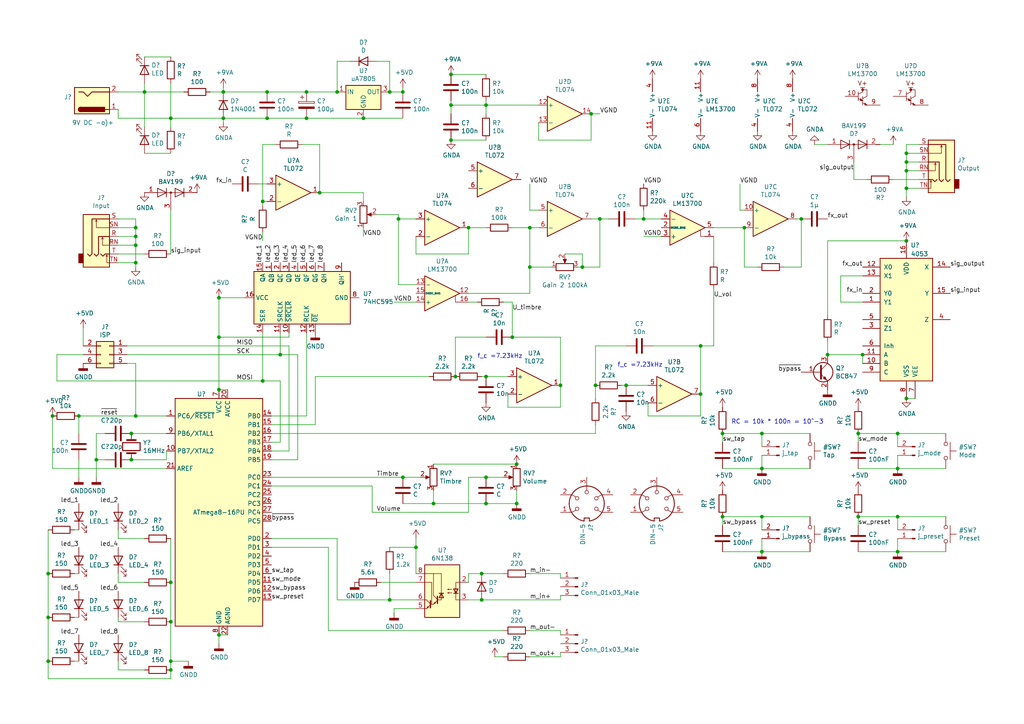
<source format=kicad_sch>
(kicad_sch (version 20230121) (generator eeschema)
  (paper "A4")
  (junction (at 39.37 66.04))
  (junction (at 39.37 76.2))
  (junction (at 76.2 110.49))
  (junction (at 248.92 149.86))
  (junction (at 130.81 40.64))
  (junction (at 203.2 100.33))
  (junction (at 262.89 115.57))
  (junction (at 149.86 134.62))
  (junction (at 120.65 158.75))
  (junction (at 88.9 26.67))
  (junction (at 171.45 33.02))
  (junction (at 88.9 34.29))
  (junction (at 140.97 30.48))
  (junction (at 168.91 77.47))
  (junction (at 262.89 54.61))
  (junction (at 115.57 63.5))
  (junction (at 139.7 173.99))
  (junction (at 186.69 63.5))
  (junction (at 49.53 191.77))
  (junction (at 220.98 125.73))
  (junction (at 76.2 58.42))
  (junction (at 162.56 111.76))
  (junction (at 41.91 26.67))
  (junction (at 135.89 66.04))
  (junction (at 92.71 55.88))
  (junction (at 220.98 135.89))
  (junction (at 260.35 125.73))
  (junction (at 63.5 184.15))
  (junction (at 220.98 149.86))
  (junction (at 250.19 102.87))
  (junction (at 105.41 34.29))
  (junction (at 15.24 120.65))
  (junction (at 172.72 111.76))
  (junction (at 130.81 21.59))
  (junction (at 173.99 63.5))
  (junction (at 49.53 168.91))
  (junction (at 209.55 125.73))
  (junction (at 49.53 34.29))
  (junction (at 77.47 34.29))
  (junction (at 49.53 194.31))
  (junction (at 153.67 77.47))
  (junction (at 181.61 111.76))
  (junction (at 38.1 125.73))
  (junction (at 39.37 68.58))
  (junction (at 240.03 102.87))
  (junction (at 64.77 26.67))
  (junction (at 38.1 133.35))
  (junction (at 232.41 63.5))
  (junction (at 260.35 160.02))
  (junction (at 113.03 26.67))
  (junction (at 148.59 97.79))
  (junction (at 97.79 26.67))
  (junction (at 39.37 71.12))
  (junction (at 140.97 138.43))
  (junction (at 64.77 34.29))
  (junction (at 63.5 86.36))
  (junction (at 116.84 26.67))
  (junction (at 113.03 173.99))
  (junction (at 220.98 160.02))
  (junction (at 132.08 109.22))
  (junction (at 125.73 146.05))
  (junction (at 262.89 49.53))
  (junction (at 248.92 125.73))
  (junction (at 139.7 166.37))
  (junction (at 262.89 44.45))
  (junction (at 140.97 109.22))
  (junction (at 49.53 180.34))
  (junction (at 116.84 138.43))
  (junction (at 77.47 26.67))
  (junction (at 13.97 191.77))
  (junction (at 39.37 120.65))
  (junction (at 260.35 149.86))
  (junction (at 209.55 149.86))
  (junction (at 27.94 133.35))
  (junction (at 215.9 66.04))
  (junction (at 81.28 102.87))
  (junction (at 13.97 166.37))
  (junction (at 203.2 114.3))
  (junction (at 262.89 46.99))
  (junction (at 22.86 120.65))
  (junction (at 63.5 97.79))
  (junction (at 130.81 30.48))
  (junction (at 63.5 113.03))
  (junction (at 262.89 69.85))
  (junction (at 260.35 135.89))
  (junction (at 153.67 66.04))
  (junction (at 149.86 146.05))
  (junction (at 140.97 146.05))
  (junction (at 13.97 179.07))
  (wire (pts (xy 64.77 25.4) (xy 64.77 26.67)))
  (wire (pts (xy 163.83 73.66) (xy 168.91 73.66)))
  (wire (pts (xy 15.24 120.65) (xy 15.24 135.89)))
  (wire (pts (xy 27.94 133.35) (xy 27.94 138.43)))
  (wire (pts (xy 135.89 73.66) (xy 135.89 66.04)))
  (wire (pts (xy 172.72 115.57) (xy 172.72 111.76)))
  (wire (pts (xy 34.29 73.66) (xy 41.91 73.66)))
  (wire (pts (xy 250.19 102.87) (xy 240.03 102.87)))
  (wire (pts (xy 262.89 54.61) (xy 262.89 57.15)))
  (wire (pts (xy 203.2 114.3) (xy 203.2 120.65)))
  (wire (pts (xy 209.55 125.73) (xy 220.98 125.73)))
  (wire (pts (xy 34.29 191.77) (xy 34.29 194.31)))
  (wire (pts (xy 187.96 116.84) (xy 187.96 120.65)))
  (wire (pts (xy 153.67 166.37) (xy 162.56 166.37)))
  (wire (pts (xy 16.51 102.87) (xy 16.51 110.49)))
  (wire (pts (xy 167.64 77.47) (xy 168.91 77.47)))
  (wire (pts (xy 78.74 125.73) (xy 172.72 125.73)))
  (wire (pts (xy 39.37 71.12) (xy 39.37 76.2)))
  (wire (pts (xy 13.97 153.67) (xy 13.97 166.37)))
  (wire (pts (xy 147.32 109.22) (xy 140.97 109.22)))
  (wire (pts (xy 120.65 73.66) (xy 135.89 73.66)))
  (wire (pts (xy 116.84 25.4) (xy 116.84 26.67)))
  (wire (pts (xy 115.57 82.55) (xy 120.65 82.55)))
  (wire (pts (xy 36.83 102.87) (xy 81.28 102.87)))
  (wire (pts (xy 231.14 63.5) (xy 232.41 63.5)))
  (wire (pts (xy 34.29 71.12) (xy 39.37 71.12)))
  (wire (pts (xy 39.37 66.04) (xy 39.37 68.58)))
  (wire (pts (xy 173.99 77.47) (xy 173.99 63.5)))
  (wire (pts (xy 101.6 17.78) (xy 97.79 17.78)))
  (wire (pts (xy 247.65 52.07) (xy 251.46 52.07)))
  (wire (pts (xy 139.7 166.37) (xy 135.89 166.37)))
  (wire (pts (xy 97.79 173.99) (xy 113.03 173.99)))
  (wire (pts (xy 115.57 62.23) (xy 115.57 63.5)))
  (wire (pts (xy 76.2 69.85) (xy 76.2 67.31)))
  (wire (pts (xy 149.86 146.05) (xy 140.97 146.05)))
  (wire (pts (xy 64.77 26.67) (xy 77.47 26.67)))
  (wire (pts (xy 140.97 29.21) (xy 140.97 30.48)))
  (wire (pts (xy 207.01 100.33) (xy 203.2 100.33)))
  (wire (pts (xy 153.67 66.04) (xy 156.21 66.04)))
  (wire (pts (xy 147.32 114.3) (xy 147.32 118.11)))
  (wire (pts (xy 34.29 34.29) (xy 34.29 31.75)))
  (wire (pts (xy 77.47 26.67) (xy 88.9 26.67)))
  (wire (pts (xy 22.86 120.65) (xy 39.37 120.65)))
  (wire (pts (xy 248.92 149.86) (xy 248.92 152.4)))
  (wire (pts (xy 49.53 34.29) (xy 49.53 36.83)))
  (wire (pts (xy 63.5 97.79) (xy 63.5 113.03)))
  (wire (pts (xy 146.05 166.37) (xy 139.7 166.37)))
  (wire (pts (xy 107.95 140.97) (xy 107.95 148.59)))
  (wire (pts (xy 262.89 115.57) (xy 265.43 115.57)))
  (wire (pts (xy 214.63 60.96) (xy 215.9 60.96)))
  (wire (pts (xy 113.03 166.37) (xy 113.03 173.99)))
  (wire (pts (xy 49.53 44.45) (xy 41.91 44.45)))
  (wire (pts (xy 207.01 83.82) (xy 207.01 100.33)))
  (wire (pts (xy 91.44 109.22) (xy 124.46 109.22)))
  (wire (pts (xy 120.65 166.37) (xy 120.65 158.75)))
  (wire (pts (xy 172.72 100.33) (xy 172.72 111.76)))
  (wire (pts (xy 41.91 36.83) (xy 41.91 26.67)))
  (wire (pts (xy 162.56 118.11) (xy 162.56 111.76)))
  (wire (pts (xy 71.12 86.36) (xy 63.5 86.36)))
  (wire (pts (xy 15.24 135.89) (xy 48.26 135.89)))
  (wire (pts (xy 153.67 182.88) (xy 162.56 182.88)))
  (wire (pts (xy 135.89 87.63) (xy 138.43 87.63)))
  (wire (pts (xy 227.33 77.47) (xy 232.41 77.47)))
  (wire (pts (xy 156.21 40.64) (xy 171.45 40.64)))
  (wire (pts (xy 266.7 44.45) (xy 262.89 44.45)))
  (wire (pts (xy 250.19 80.01) (xy 243.84 80.01)))
  (wire (pts (xy 153.67 85.09) (xy 153.67 77.47)))
  (wire (pts (xy 21.59 153.67) (xy 22.86 153.67)))
  (wire (pts (xy 78.74 156.21) (xy 97.79 156.21)))
  (wire (pts (xy 64.77 35.56) (xy 64.77 34.29)))
  (wire (pts (xy 168.91 77.47) (xy 173.99 77.47)))
  (wire (pts (xy 248.92 160.02) (xy 260.35 160.02)))
  (wire (pts (xy 39.37 120.65) (xy 48.26 120.65)))
  (wire (pts (xy 266.7 41.91) (xy 262.89 41.91)))
  (wire (pts (xy 135.89 148.59) (xy 107.95 148.59)))
  (wire (pts (xy 260.35 125.73) (xy 274.32 125.73)))
  (wire (pts (xy 146.05 138.43) (xy 140.97 138.43)))
  (wire (pts (xy 48.26 125.73) (xy 38.1 125.73)))
  (wire (pts (xy 16.51 110.49) (xy 76.2 110.49)))
  (wire (pts (xy 220.98 149.86) (xy 234.95 149.86)))
  (wire (pts (xy 36.83 105.41) (xy 39.37 105.41)))
  (wire (pts (xy 153.67 77.47) (xy 153.67 66.04)))
  (wire (pts (xy 180.34 111.76) (xy 181.61 111.76)))
  (wire (pts (xy 113.03 26.67) (xy 113.03 17.78)))
  (wire (pts (xy 113.03 173.99) (xy 120.65 173.99)))
  (wire (pts (xy 262.89 49.53) (xy 262.89 54.61)))
  (wire (pts (xy 130.81 30.48) (xy 130.81 33.02)))
  (wire (pts (xy 186.69 68.58) (xy 191.77 68.58)))
  (wire (pts (xy 262.89 46.99) (xy 262.89 49.53)))
  (wire (pts (xy 146.05 190.5) (xy 143.51 190.5)))
  (wire (pts (xy 209.55 160.02) (xy 220.98 160.02)))
  (wire (pts (xy 260.35 132.08) (xy 260.35 135.89)))
  (wire (pts (xy 41.91 24.13) (xy 41.91 26.67)))
  (wire (pts (xy 48.26 130.81) (xy 48.26 133.35)))
  (wire (pts (xy 114.3 176.53) (xy 114.3 177.8)))
  (wire (pts (xy 80.01 41.91) (xy 76.2 41.91)))
  (wire (pts (xy 30.48 125.73) (xy 27.94 125.73)))
  (wire (pts (xy 13.97 196.85) (xy 49.53 196.85)))
  (wire (pts (xy 132.08 97.79) (xy 140.97 97.79)))
  (wire (pts (xy 78.74 140.97) (xy 107.95 140.97)))
  (wire (pts (xy 266.7 54.61) (xy 262.89 54.61)))
  (wire (pts (xy 60.96 26.67) (xy 64.77 26.67)))
  (wire (pts (xy 240.03 69.85) (xy 240.03 91.44)))
  (wire (pts (xy 81.28 96.52) (xy 81.28 102.87)))
  (wire (pts (xy 173.99 63.5) (xy 176.53 63.5)))
  (wire (pts (xy 248.92 135.89) (xy 260.35 135.89)))
  (wire (pts (xy 240.03 99.06) (xy 240.03 102.87)))
  (wire (pts (xy 49.53 24.13) (xy 49.53 34.29)))
  (wire (pts (xy 49.53 168.91) (xy 49.53 156.21)))
  (wire (pts (xy 120.65 156.21) (xy 120.65 158.75)))
  (wire (pts (xy 162.56 173.99) (xy 139.7 173.99)))
  (wire (pts (xy 74.93 53.34) (xy 77.47 53.34)))
  (wire (pts (xy 135.89 66.04) (xy 140.97 66.04)))
  (wire (pts (xy 39.37 105.41) (xy 39.37 120.65)))
  (wire (pts (xy 220.98 135.89) (xy 234.95 135.89)))
  (wire (pts (xy 21.59 166.37) (xy 22.86 166.37)))
  (wire (pts (xy 260.35 160.02) (xy 274.32 160.02)))
  (wire (pts (xy 34.29 76.2) (xy 39.37 76.2)))
  (wire (pts (xy 215.9 66.04) (xy 215.9 77.47)))
  (wire (pts (xy 110.49 168.91) (xy 120.65 168.91)))
  (wire (pts (xy 160.02 77.47) (xy 153.67 77.47)))
  (wire (pts (xy 172.72 100.33) (xy 181.61 100.33)))
  (wire (pts (xy 88.9 96.52) (xy 88.9 120.65)))
  (wire (pts (xy 116.84 34.29) (xy 105.41 34.29)))
  (wire (pts (xy 63.5 184.15) (xy 66.04 184.15)))
  (wire (pts (xy 162.56 111.76) (xy 162.56 97.79)))
  (wire (pts (xy 156.21 30.48) (xy 140.97 30.48)))
  (wire (pts (xy 135.89 85.09) (xy 153.67 85.09)))
  (wire (pts (xy 153.67 60.96) (xy 156.21 60.96)))
  (wire (pts (xy 130.81 29.21) (xy 130.81 30.48)))
  (wire (pts (xy 78.74 123.19) (xy 91.44 123.19)))
  (wire (pts (xy 49.53 60.96) (xy 49.53 73.66)))
  (wire (pts (xy 63.5 86.36) (xy 63.5 97.79)))
  (wire (pts (xy 49.53 180.34) (xy 49.53 168.91)))
  (wire (pts (xy 146.05 87.63) (xy 148.59 87.63)))
  (wire (pts (xy 34.29 34.29) (xy 49.53 34.29)))
  (wire (pts (xy 187.96 111.76) (xy 181.61 111.76)))
  (wire (pts (xy 97.79 26.67) (xy 97.79 17.78)))
  (wire (pts (xy 139.7 173.99) (xy 135.89 173.99)))
  (wire (pts (xy 132.08 97.79) (xy 132.08 109.22)))
  (wire (pts (xy 39.37 76.2) (xy 39.37 77.47)))
  (wire (pts (xy 95.25 158.75) (xy 95.25 182.88)))
  (wire (pts (xy 140.97 21.59) (xy 130.81 21.59)))
  (wire (pts (xy 13.97 179.07) (xy 13.97 191.77)))
  (wire (pts (xy 21.59 191.77) (xy 22.86 191.77)))
  (wire (pts (xy 22.86 133.35) (xy 22.86 138.43)))
  (wire (pts (xy 36.83 100.33) (xy 83.82 100.33)))
  (wire (pts (xy 76.2 96.52) (xy 76.2 110.49)))
  (wire (pts (xy 81.28 128.27) (xy 81.28 110.49)))
  (wire (pts (xy 220.98 153.67) (xy 220.98 149.86)))
  (wire (pts (xy 168.91 73.66) (xy 168.91 77.47)))
  (wire (pts (xy 162.56 173.99) (xy 162.56 172.72)))
  (wire (pts (xy 262.89 41.91) (xy 262.89 44.45)))
  (wire (pts (xy 54.61 191.77) (xy 49.53 191.77)))
  (wire (pts (xy 83.82 97.79) (xy 63.5 97.79)))
  (wire (pts (xy 187.96 120.65) (xy 203.2 120.65)))
  (wire (pts (xy 215.9 77.47) (xy 219.71 77.47)))
  (wire (pts (xy 41.91 16.51) (xy 49.53 16.51)))
  (wire (pts (xy 113.03 158.75) (xy 120.65 158.75)))
  (wire (pts (xy 49.53 194.31) (xy 49.53 191.77)))
  (wire (pts (xy 34.29 156.21) (xy 41.91 156.21)))
  (wire (pts (xy 149.86 142.24) (xy 149.86 146.05)))
  (wire (pts (xy 27.94 125.73) (xy 27.94 133.35)))
  (wire (pts (xy 135.89 138.43) (xy 135.89 148.59)))
  (wire (pts (xy 120.65 68.58) (xy 120.65 73.66)))
  (wire (pts (xy 248.92 125.73) (xy 260.35 125.73)))
  (wire (pts (xy 243.84 87.63) (xy 250.19 87.63)))
  (wire (pts (xy 116.84 26.67) (xy 113.03 26.67)))
  (wire (pts (xy 115.57 62.23) (xy 109.22 62.23)))
  (wire (pts (xy 250.19 105.41) (xy 250.19 102.87)))
  (wire (pts (xy 262.89 44.45) (xy 262.89 46.99)))
  (wire (pts (xy 140.97 30.48) (xy 130.81 30.48)))
  (wire (pts (xy 140.97 146.05) (xy 125.73 146.05)))
  (wire (pts (xy 247.65 46.99) (xy 247.65 52.07)))
  (wire (pts (xy 153.67 53.34) (xy 153.67 60.96)))
  (wire (pts (xy 121.92 138.43) (xy 116.84 138.43)))
  (wire (pts (xy 91.44 109.22) (xy 91.44 123.19)))
  (wire (pts (xy 209.55 149.86) (xy 220.98 149.86)))
  (wire (pts (xy 140.97 40.64) (xy 130.81 40.64)))
  (wire (pts (xy 87.63 41.91) (xy 92.71 41.91)))
  (wire (pts (xy 21.59 179.07) (xy 22.86 179.07)))
  (wire (pts (xy 41.91 26.67) (xy 53.34 26.67)))
  (wire (pts (xy 95.25 158.75) (xy 78.74 158.75)))
  (wire (pts (xy 171.45 63.5) (xy 173.99 63.5)))
  (wire (pts (xy 76.2 41.91) (xy 76.2 58.42)))
  (wire (pts (xy 220.98 129.54) (xy 220.98 125.73)))
  (wire (pts (xy 78.74 130.81) (xy 83.82 130.81)))
  (wire (pts (xy 34.29 168.91) (xy 41.91 168.91)))
  (wire (pts (xy 78.74 138.43) (xy 116.84 138.43)))
  (wire (pts (xy 207.01 68.58) (xy 207.01 76.2)))
  (wire (pts (xy 49.53 191.77) (xy 49.53 180.34)))
  (wire (pts (xy 260.35 156.21) (xy 260.35 160.02)))
  (wire (pts (xy 63.5 186.69) (xy 63.5 184.15)))
  (wire (pts (xy 209.55 135.89) (xy 220.98 135.89)))
  (wire (pts (xy 248.92 125.73) (xy 248.92 128.27)))
  (wire (pts (xy 34.29 63.5) (xy 39.37 63.5)))
  (wire (pts (xy 78.74 128.27) (xy 81.28 128.27)))
  (wire (pts (xy 76.2 58.42) (xy 76.2 59.69)))
  (wire (pts (xy 63.5 113.03) (xy 66.04 113.03)))
  (wire (pts (xy 24.13 102.87) (xy 16.51 102.87)))
  (wire (pts (xy 77.47 34.29) (xy 88.9 34.29)))
  (wire (pts (xy 125.73 142.24) (xy 125.73 146.05)))
  (wire (pts (xy 220.98 125.73) (xy 234.95 125.73)))
  (wire (pts (xy 34.29 153.67) (xy 34.29 156.21)))
  (wire (pts (xy 260.35 153.67) (xy 260.35 149.86)))
  (wire (pts (xy 186.69 60.96) (xy 186.69 63.5)))
  (wire (pts (xy 22.86 120.65) (xy 22.86 125.73)))
  (wire (pts (xy 259.08 52.07) (xy 266.7 52.07)))
  (wire (pts (xy 243.84 80.01) (xy 243.84 87.63)))
  (wire (pts (xy 86.36 133.35) (xy 86.36 102.87)))
  (wire (pts (xy 88.9 120.65) (xy 78.74 120.65)))
  (wire (pts (xy 162.56 190.5) (xy 162.56 189.23)))
  (wire (pts (xy 78.74 133.35) (xy 86.36 133.35)))
  (wire (pts (xy 92.71 55.88) (xy 105.41 55.88)))
  (wire (pts (xy 260.35 149.86) (xy 274.32 149.86)))
  (wire (pts (xy 13.97 166.37) (xy 13.97 179.07)))
  (wire (pts (xy 24.13 95.25) (xy 24.13 100.33)))
  (wire (pts (xy 120.65 63.5) (xy 115.57 63.5)))
  (wire (pts (xy 39.37 63.5) (xy 39.37 66.04)))
  (wire (pts (xy 162.56 182.88) (xy 162.56 184.15)))
  (wire (pts (xy 83.82 96.52) (xy 83.82 97.79)))
  (wire (pts (xy 156.21 35.56) (xy 156.21 40.64)))
  (wire (pts (xy 49.53 34.29) (xy 64.77 34.29)))
  (wire (pts (xy 34.29 68.58) (xy 39.37 68.58)))
  (wire (pts (xy 140.97 138.43) (xy 135.89 138.43)))
  (wire (pts (xy 203.2 100.33) (xy 203.2 114.3)))
  (wire (pts (xy 162.56 167.64) (xy 162.56 166.37)))
  (wire (pts (xy 209.55 149.86) (xy 209.55 152.4)))
  (wire (pts (xy 232.41 77.47) (xy 232.41 63.5)))
  (wire (pts (xy 209.55 125.73) (xy 209.55 128.27)))
  (wire (pts (xy 172.72 123.19) (xy 172.72 125.73)))
  (wire (pts (xy 153.67 190.5) (xy 162.56 190.5)))
  (wire (pts (xy 64.77 34.29) (xy 77.47 34.29)))
  (wire (pts (xy 39.37 68.58) (xy 39.37 71.12)))
  (wire (pts (xy 255.27 41.91) (xy 259.08 41.91)))
  (wire (pts (xy 266.7 46.99) (xy 262.89 46.99)))
  (wire (pts (xy 115.57 63.5) (xy 115.57 82.55)))
  (wire (pts (xy 105.41 34.29) (xy 88.9 34.29)))
  (wire (pts (xy 203.2 100.33) (xy 189.23 100.33)))
  (wire (pts (xy 34.29 26.67) (xy 41.91 26.67)))
  (wire (pts (xy 148.59 87.63) (xy 148.59 97.79)))
  (wire (pts (xy 13.97 191.77) (xy 13.97 196.85)))
  (wire (pts (xy 139.7 109.22) (xy 140.97 109.22)))
  (wire (pts (xy 262.89 69.85) (xy 240.03 69.85)))
  (wire (pts (xy 95.25 182.88) (xy 146.05 182.88)))
  (wire (pts (xy 260.35 129.54) (xy 260.35 125.73)))
  (wire (pts (xy 171.45 40.64) (xy 171.45 33.02)))
  (wire (pts (xy 191.77 63.5) (xy 186.69 63.5)))
  (wire (pts (xy 34.29 194.31) (xy 41.91 194.31)))
  (wire (pts (xy 76.2 58.42) (xy 77.47 58.42)))
  (wire (pts (xy 34.29 180.34) (xy 41.91 180.34)))
  (wire (pts (xy 34.29 66.04) (xy 39.37 66.04)))
  (wire (pts (xy 105.41 55.88) (xy 105.41 58.42)))
  (wire (pts (xy 220.98 132.08) (xy 220.98 135.89)))
  (wire (pts (xy 153.67 66.04) (xy 148.59 66.04)))
  (wire (pts (xy 105.41 66.04) (xy 105.41 68.58)))
  (wire (pts (xy 220.98 156.21) (xy 220.98 160.02)))
  (wire (pts (xy 135.89 166.37) (xy 135.89 168.91)))
  (wire (pts (xy 220.98 160.02) (xy 234.95 160.02)))
  (wire (pts (xy 162.56 97.79) (xy 148.59 97.79)))
  (wire (pts (xy 260.35 135.89) (xy 274.32 135.89)))
  (wire (pts (xy 83.82 100.33) (xy 83.82 130.81)))
  (wire (pts (xy 248.92 149.86) (xy 260.35 149.86)))
  (wire (pts (xy 49.53 196.85) (xy 49.53 194.31)))
  (wire (pts (xy 173.99 33.02) (xy 171.45 33.02)))
  (wire (pts (xy 214.63 53.34) (xy 214.63 60.96)))
  (wire (pts (xy 120.65 176.53) (xy 114.3 176.53)))
  (wire (pts (xy 88.9 26.67) (xy 97.79 26.67)))
  (wire (pts (xy 120.65 87.63) (xy 114.3 87.63)))
  (wire (pts (xy 34.29 166.37) (xy 34.29 168.91)))
  (wire (pts (xy 186.69 63.5) (xy 184.15 63.5)))
  (wire (pts (xy 140.97 30.48) (xy 140.97 33.02)))
  (wire (pts (xy 240.03 41.91) (xy 236.22 41.91)))
  (wire (pts (xy 48.26 133.35) (xy 38.1 133.35)))
  (wire (pts (xy 34.29 179.07) (xy 34.29 180.34)))
  (wire (pts (xy 147.32 118.11) (xy 162.56 118.11)))
  (wire (pts (xy 215.9 66.04) (xy 207.01 66.04)))
  (wire (pts (xy 92.71 41.91) (xy 92.71 55.88)))
  (wire (pts (xy 113.03 17.78) (xy 109.22 17.78)))
  (wire (pts (xy 76.2 110.49) (xy 81.28 110.49)))
  (wire (pts (xy 125.73 134.62) (xy 149.86 134.62)))
  (wire (pts (xy 97.79 156.21) (xy 97.79 173.99)))
  (wire (pts (xy 125.73 146.05) (xy 116.84 146.05)))
  (wire (pts (xy 266.7 49.53) (xy 262.89 49.53)))
  (wire (pts (xy 81.28 102.87) (xy 86.36 102.87)))
  (wire (pts (xy 30.48 133.35) (xy 27.94 133.35)))
  (text "f_c =7.23kHz" (at 179.07 106.68 0) (effects (font (size 1.27 1.27)) (justify left bottom)))
  (text "RC = 10k * 100n = 10^-3" (at 212.09 123.19 0) (effects (font (size 1.27 1.27)) (justify left bottom)))
  (text "f_c =7.23kHz" (at 138.43 104.14 0) (effects (font (size 1.27 1.27)) (justify left bottom)))
  (label "led_6" (at 34.29 171.45 180))
  (label "led_5" (at 86.36 76.2 90))
  (label "sig_output" (at 247.65 49.53 180))
  (label "sw_mode" (at 78.74 168.91 0))
  (label "VGND" (at 186.69 53.34 0))
  (label "VGND" (at 114.3 87.63 0))
  (label "led_4" (at 34.29 158.75 180))
  (label "sig_output" (at 275.59 77.47 0))
  (label "led_5" (at 22.86 171.45 180))
  (label "U_vol" (at 207.01 86.36 0))
  (label "~{reset}" (at 29.21 120.65 0))
  (label "VGND" (at 173.99 33.02 0))
  (label "VGND" (at 105.41 68.58 0))
  (label "led_1" (at 76.2 76.2 90))
  (label "sw_tap" (at 209.55 128.27 0))
  (label "fx_out" (at 250.19 77.47 180))
  (label "m_in+" (at 153.67 173.99 0))
  (label "led_8" (at 34.29 184.15 180))
  (label "~{bypass}" (at 78.74 151.13 0))
  (label "Timbre" (at 109.22 138.43 0))
  (label "MOSI" (at 68.58 110.49 0))
  (label "led_3" (at 22.86 158.75 180))
  (label "m_out+" (at 153.67 190.5 0))
  (label "fx_out" (at 240.03 63.5 0))
  (label "led_8" (at 93.98 76.2 90))
  (label "Volume" (at 109.22 148.59 0))
  (label "sw_tap" (at 78.74 166.37 0))
  (label "fx_in" (at 250.19 85.09 180))
  (label "sw_mode" (at 248.92 128.27 0))
  (label "led_7" (at 22.86 184.15 180))
  (label "led_7" (at 91.44 76.2 90))
  (label "VGND" (at 76.2 69.85 180))
  (label "m_in-" (at 153.67 166.37 0))
  (label "sig_input" (at 275.59 85.09 0))
  (label "sw_preset" (at 248.92 152.4 0))
  (label "VGND" (at 214.63 53.34 0))
  (label "led_6" (at 88.9 76.2 90))
  (label "led_2" (at 78.74 76.2 90))
  (label "U_timbre" (at 148.59 90.17 0))
  (label "sw_bypass" (at 209.55 152.4 0))
  (label "led_4" (at 83.82 76.2 90))
  (label "led_1" (at 22.86 146.05 180))
  (label "m_out-" (at 153.67 182.88 0))
  (label "led_2" (at 34.29 146.05 180))
  (label "sig_input" (at 49.53 73.66 0))
  (label "sw_bypass" (at 78.74 171.45 0))
  (label "~{bypass}" (at 232.41 107.95 180))
  (label "VGND" (at 153.67 53.34 0))
  (label "SCK" (at 68.58 102.87 0))
  (label "MISO" (at 68.58 100.33 0))
  (label "fx_in" (at 67.31 53.34 180))
  (label "led_3" (at 81.28 76.2 90))
  (label "sw_preset" (at 78.74 173.99 0))
  (label "VGND" (at 186.69 68.58 0))
  (symbol (lib_id "Amplifier_Operational:LM13700") (at 128.27 85.09 0) (unit 1)
    (property "Reference" "U?" (at 128.27 75.7682 0))
    (property "Value" "LM13700" (at 128.27 78.0796 0))
    (property "Datasheet" "http://www.ti.com/lit/ds/symlink/lm13700.pdf" (effects hide))
  )
  (symbol (lib_id "Amplifier_Operational:TL074") (at 128.27 66.04 0) (unit 1)
    (property "Reference" "U?" (at 128.27 56.7182 0))
    (property "Value" "TL074" (at 128.27 59.0296 0))
    (property "Datasheet" "http://www.ti.com/lit/ds/symlink/tl071.pdf" (effects hide))
  )
  (symbol (lib_id "Amplifier_Operational:TL074") (at 163.83 63.5 0) (unit 2)
    (property "Reference" "U?" (at 163.83 54.1782 0))
    (property "Value" "TL074" (at 163.83 56.4896 0))
    (property "Datasheet" "http://www.ti.com/lit/ds/symlink/tl071.pdf" (effects hide))
  )
  (symbol (lib_id "Amplifier_Operational:TL074") (at 223.52 63.5 0) (unit 3)
    (property "Reference" "U?" (at 223.52 54.1782 0))
    (property "Value" "TL074" (at 223.52 56.4896 0))
    (property "Datasheet" "http://www.ti.com/lit/ds/symlink/tl071.pdf" (effects hide))
  )
  (symbol (lib_id "Amplifier_Operational:TL074") (at 163.83 33.02 0) (unit 4)
    (property "Reference" "U?" (at 163.83 23.6982 0))
    (property "Value" "TL074" (at 163.83 26.0096 0))
    (property "Datasheet" "http://www.ti.com/lit/ds/symlink/tl071.pdf" (effects hide))
  )
  (symbol (lib_id "Amplifier_Operational:TL074") (at 191.77 30.48 0) (unit 5)
    (property "Reference" "U?" (at 190.7032 29.3116 0) (effects (justify left)))
    (property "Value" "TL074" (at 190.7032 31.623 0) (effects (justify left)))
    (property "Datasheet" "http://www.ti.com/lit/ds/symlink/tl071.pdf" (effects hide))
  )
  (symbol (lib_id "Amplifier_Operational:LM13700") (at 199.39 66.04 0) (unit 3)
    (property "Reference" "U?" (at 199.39 56.7182 0))
    (property "Value" "LM13700" (at 199.39 59.0296 0))
    (property "Datasheet" "http://www.ti.com/lit/ds/symlink/lm13700.pdf" (effects hide))
  )
  (symbol (lib_id "Amplifier_Operational:LM13700") (at 252.73 27.94 0) (unit 2)
    (property "Reference" "U?" (at 250.19 19.1008 0))
    (property "Value" "LM13700" (at 250.19 21.4122 0))
    (property "Datasheet" "http://www.ti.com/lit/ds/symlink/lm13700.pdf" (effects hide))
  )
  (symbol (lib_id "Amplifier_Operational:LM13700") (at 266.7 27.94 0) (unit 4)
    (property "Reference" "U?" (at 264.16 19.1008 0))
    (property "Value" "LM13700" (at 264.16 21.4122 0))
    (property "Datasheet" "http://www.ti.com/lit/ds/symlink/lm13700.pdf" (effects hide))
  )
  (symbol (lib_id "Amplifier_Operational:LM13700") (at 205.74 30.48 0) (unit 5)
    (property "Reference" "U?" (at 204.6732 29.3116 0) (effects (justify left)))
    (property "Value" "LM13700" (at 204.6732 31.623 0) (effects (justify left)))
    (property "Datasheet" "http://www.ti.com/lit/ds/symlink/lm13700.pdf" (effects hide))
  )
  (symbol (lib_id "Device:R") (at 140.97 25.4 0) (unit 1)
    (property "Reference" "R?" (at 142.748 24.2316 0) (effects (justify left)))
    (property "Value" "10k" (at 142.748 26.543 0) (effects (justify left)))
  )
  (symbol (lib_id "Device:C") (at 130.81 25.4 0) (unit 1)
    (property "Reference" "C?" (at 133.731 24.2316 0) (effects (justify left)))
    (property "Value" "100n" (at 133.731 26.543 0) (effects (justify left)))
  )
  (symbol (lib_id "Device:C") (at 130.81 36.83 0) (unit 1)
    (property "Reference" "C?" (at 133.731 35.6616 0) (effects (justify left)))
    (property "Value" "100n" (at 133.731 37.973 0) (effects (justify left)))
  )
  (symbol (lib_id "power:+9VA") (at 130.81 21.59 0) (unit 1)
    (property "Reference" "#PWR?" (effects hide))
    (property "Value" "+9VA" (at 131.191 17.1958 0))
  )
  (symbol (lib_id "power:GNDA") (at 130.81 40.64 0) (unit 1)
    (property "Reference" "#PWR?" (effects hide))
    (property "Value" "GNDA" (at 130.937 45.0342 0))
  )
  (symbol (lib_id "Device:C") (at 236.22 63.5 270) (unit 1)
    (property "Reference" "C?" (at 236.22 57.0992 90))
    (property "Value" "1µ" (at 236.22 59.4106 90))
  )
  (symbol (lib_id "Device:R") (at 223.52 77.47 270) (unit 1)
    (property "Reference" "R?" (at 223.52 72.2122 90))
    (property "Value" "10k" (at 223.52 74.5236 90))
  )
  (symbol (lib_id "Device:R") (at 186.69 57.15 0) (unit 1)
    (property "Reference" "R?" (at 188.468 55.9816 0) (effects (justify left)))
    (property "Value" "220k" (at 188.468 58.293 0) (effects (justify left)))
  )
  (symbol (lib_id "Device:C") (at 180.34 63.5 270) (unit 1)
    (property "Reference" "C?" (at 180.34 57.0992 90))
    (property "Value" "100n" (at 180.34 59.4106 90))
  )
  (symbol (lib_id "sod-rescue:R_POT-Device") (at 163.83 77.47 90) (unit 1)
    (property "Reference" "RV?" (at 163.83 80.3656 90))
    (property "Value" "Gain 2 100kA" (at 163.83 82.677 90))
  )
  (symbol (lib_id "Device:R") (at 144.78 66.04 270) (unit 1)
    (property "Reference" "R?" (at 144.78 60.7822 90))
    (property "Value" "100k" (at 144.78 63.0936 90))
  )
  (symbol (lib_id "sod-rescue:R_POT-Device") (at 105.41 62.23 0) (mirror x) (unit 1)
    (property "Reference" "RV?" (at 103.632 61.0616 0) (effects (justify right)))
    (property "Value" "Gain 1" (at 103.632 63.373 0) (effects (justify right)))
  )
  (symbol (lib_id "Device:R") (at 83.82 41.91 270) (unit 1)
    (property "Reference" "R?" (at 83.82 36.6522 90))
    (property "Value" "R" (at 83.82 38.9636 90))
  )
  (symbol (lib_id "power:GNDA") (at 203.2 38.1 0) (unit 1)
    (property "Reference" "#PWR?" (effects hide))
    (property "Value" "GNDA" (at 203.327 42.4942 0))
  )
  (symbol (lib_id "power:+9VA") (at 203.2 22.86 0) (unit 1)
    (property "Reference" "#PWR?" (effects hide))
    (property "Value" "+9VA" (at 203.581 18.4658 0))
  )
  (symbol (lib_id "power:GNDA") (at 189.23 38.1 0) (unit 1)
    (property "Reference" "#PWR?" (effects hide))
    (property "Value" "GNDA" (at 189.357 42.4942 0))
  )
  (symbol (lib_id "power:+9VA") (at 189.23 22.86 0) (unit 1)
    (property "Reference" "#PWR?" (effects hide))
    (property "Value" "+9VA" (at 189.611 18.4658 0))
  )
  (symbol (lib_id "Device:R") (at 207.01 80.01 0) (unit 1)
    (property "Reference" "R?" (at 208.788 78.8416 0) (effects (justify left)))
    (property "Value" "R" (at 208.788 81.153 0) (effects (justify left)))
  )
  (symbol (lib_id "Device:R") (at 142.24 87.63 270) (unit 1)
    (property "Reference" "R?" (at 143.4084 89.408 0) (effects (justify left)))
    (property "Value" "R" (at 141.097 89.408 0) (effects (justify left)))
  )
  (symbol (lib_id "Connector:Jack-DC") (at 26.67 29.21 0) (mirror x) (unit 1)
    (property "Reference" "J?" (at 20.828 28.1432 0) (effects (justify right)))
    (property "Value" "9V DC -o)+" (at 33.02 35.56 0) (effects (justify right)))
  )
  (symbol (lib_id "sod-rescue:AudioJack3_Switch-Connector") (at 271.78 46.99 0) (mirror y) (unit 1)
    (property "Reference" "J?" (at 277.6982 46.4566 0) (effects (justify right)))
    (property "Value" "Output" (at 277.6982 48.768 0) (effects (justify right)))
  )
  (symbol (lib_id "sod-rescue:AudioJack3_Switch-Connector") (at 29.21 68.58 0) (unit 1)
    (property "Reference" "J?" (at 29.3116 57.3532 0))
    (property "Value" "Input" (at 29.3116 59.6646 0))
  )
  (symbol (lib_id "Device:R") (at 255.27 52.07 90) (unit 1)
    (property "Reference" "R?" (at 255.27 57.3278 90))
    (property "Value" "100" (at 255.27 55.0164 90))
  )
  (symbol (lib_id "Device:C") (at 71.12 53.34 270) (unit 1)
    (property "Reference" "C?" (at 71.12 46.9392 90))
    (property "Value" "C" (at 71.12 49.2506 90))
  )
  (symbol (lib_id "Device:R") (at 45.72 73.66 270) (unit 1)
    (property "Reference" "R?" (at 45.72 68.4022 90))
    (property "Value" "100" (at 45.72 70.7136 90))
  )
  (symbol (lib_id "power:GNDA") (at 39.37 77.47 0) (unit 1)
    (property "Reference" "#PWR?" (effects hide))
    (property "Value" "GNDA" (at 39.497 81.8642 0))
  )
  (symbol (lib_id "power:GNDA") (at 262.89 57.15 0) (unit 1)
    (property "Reference" "#PWR?" (effects hide))
    (property "Value" "GNDA" (at 263.017 61.5442 0))
  )
  (symbol (lib_id "power:+9VA") (at 64.77 25.4 0) (unit 1)
    (property "Reference" "#PWR?" (effects hide))
    (property "Value" "+9VA" (at 65.151 21.0058 0))
  )
  (symbol (lib_id "power:GNDA") (at 64.77 35.56 0) (unit 1)
    (property "Reference" "#PWR?" (effects hide))
    (property "Value" "GNDA" (at 64.897 39.9542 0))
  )
  (symbol (lib_id "Device:R") (at 57.15 26.67 270) (unit 1)
    (property "Reference" "R?" (at 57.15 21.4122 90))
    (property "Value" "100" (at 57.15 23.7236 90))
  )
  (symbol (lib_id "Device:C") (at 77.47 30.48 0) (unit 1)
    (property "Reference" "C?" (at 80.391 29.3116 0) (effects (justify left)))
    (property "Value" "100n" (at 80.391 31.623 0) (effects (justify left)))
  )
  (symbol (lib_id "Device:D") (at 64.77 30.48 270) (unit 1)
    (property "Reference" "D?" (at 66.7766 29.3116 90) (effects (justify left)))
    (property "Value" "1N4001" (at 66.7766 31.623 90) (effects (justify left)))
  )
  (symbol (lib_id "sod-rescue:CP-Device") (at 88.9 30.48 0) (unit 1)
    (property "Reference" "C?" (at 91.8972 29.3116 0) (effects (justify left)))
    (property "Value" "100µ" (at 91.8972 31.623 0) (effects (justify left)))
  )
  (symbol (lib_id "Device:LED") (at 41.91 40.64 270) (unit 1)
    (property "Reference" "D?" (at 43.8912 39.243 90) (effects (justify left)))
    (property "Value" "LED" (at 43.8912 41.5544 90) (effects (justify left)))
  )
  (symbol (lib_id "Device:R") (at 49.53 40.64 0) (unit 1)
    (property "Reference" "R?" (at 51.308 39.4716 0) (effects (justify left)))
    (property "Value" "R" (at 51.308 41.783 0) (effects (justify left)))
  )
  (symbol (lib_id "Device:LED") (at 41.91 20.32 270) (unit 1)
    (property "Reference" "D?" (at 43.8912 18.923 90) (effects (justify left)))
    (property "Value" "LED" (at 43.8912 21.2344 90) (effects (justify left)))
  )
  (symbol (lib_id "Device:R") (at 49.53 20.32 0) (unit 1)
    (property "Reference" "R?" (at 51.308 19.1516 0) (effects (justify left)))
    (property "Value" "R" (at 51.308 21.463 0) (effects (justify left)))
  )
  (symbol (lib_id "sod-rescue:ATmega8-16PU-MCU_Microchip_ATmega") (at 63.5 148.59 0) (unit 1)
    (property "Reference" "U?" (at 58.42 114.3 0))
    (property "Value" "ATmega8-16PU" (at 63.5 148.59 0))
    (property "Footprint" "Package_DIP:DIP-28_W7.62mm" (effects hide))
    (property "Datasheet" "http://ww1.microchip.com/downloads/en/DeviceDoc/atmel-2486-8-bit-avr-microcontroller-atmega8_l_datasheet.pdf" (effects hide))
  )
  (symbol (lib_id "Device:Crystal") (at 38.1 129.54 270) (unit 1)
    (property "Reference" "Y?" (at 41.4274 128.3716 90) (effects (justify left)))
    (property "Value" "16MHz" (at 41.4274 130.683 90) (effects (justify left)))
  )
  (symbol (lib_id "Regulator_Linear:uA7805") (at 105.41 26.67 0) (unit 1)
    (property "Reference" "U?" (at 105.41 20.5232 0))
    (property "Value" "uA7805" (at 105.41 22.8346 0))
    (property "Datasheet" "http://www.ti.com/lit/ds/symlink/ua78.pdf" (effects hide))
  )
  (symbol (lib_id "Device:C") (at 116.84 30.48 0) (unit 1)
    (property "Reference" "C?" (at 119.761 29.3116 0) (effects (justify left)))
    (property "Value" "100n" (at 119.761 31.623 0) (effects (justify left)))
  )
  (symbol (lib_id "Device:D") (at 105.41 17.78 0) (unit 1)
    (property "Reference" "D?" (at 105.41 12.2936 0))
    (property "Value" "D" (at 105.41 14.605 0))
  )
  (symbol (lib_id "power:+5VD") (at 116.84 25.4 0) (unit 1)
    (property "Reference" "#PWR?" (effects hide))
    (property "Value" "+5VD" (at 117.221 21.0058 0))
  )
  (symbol (lib_id "Isolator:6N138") (at 128.27 171.45 0) (mirror y) (unit 1)
    (property "Reference" "U?" (at 128.27 159.5882 0))
    (property "Value" "6N138" (at 128.27 161.8996 0))
    (property "Datasheet" "http://www.onsemi.com/pub/Collateral/HCPL2731-D.pdf" (effects hide))
  )
  (symbol (lib_id "Device:R") (at 149.86 166.37 270) (unit 1)
    (property "Reference" "R?" (at 149.86 161.1122 90))
    (property "Value" "220" (at 149.86 163.4236 90))
  )
  (symbol (lib_id "power:GNDA") (at 181.61 119.38 0) (unit 1)
    (property "Reference" "#PWR?" (effects hide))
    (property "Value" "GNDA" (at 181.737 123.7742 0))
  )
  (symbol (lib_id "Device:R") (at 172.72 119.38 180) (unit 1)
    (property "Reference" "R?" (at 177.9778 119.38 90))
    (property "Value" "2.2k" (at 175.6664 119.38 90))
  )
  (symbol (lib_id "Device:R") (at 176.53 111.76 270) (unit 1)
    (property "Reference" "R?" (at 176.53 106.5022 90))
    (property "Value" "2.2k" (at 176.53 108.8136 90))
  )
  (symbol (lib_id "Device:C") (at 181.61 115.57 0) (unit 1)
    (property "Reference" "C?" (at 184.531 114.4016 0) (effects (justify left)))
    (property "Value" "10n" (at 184.531 116.713 0) (effects (justify left)))
  )
  (symbol (lib_id "Device:C") (at 185.42 100.33 270) (unit 1)
    (property "Reference" "C?" (at 185.42 93.9292 90))
    (property "Value" "10n" (at 185.42 96.2406 90))
  )
  (symbol (lib_id "Device:R") (at 106.68 168.91 270) (unit 1)
    (property "Reference" "R?" (at 106.68 163.6522 90))
    (property "Value" "5.6k" (at 106.68 165.9636 90))
  )
  (symbol (lib_id "power:GNDD") (at 114.3 177.8 0) (unit 1)
    (property "Reference" "#PWR?" (effects hide))
    (property "Value" "GNDD" (at 114.4016 181.737 0))
  )
  (symbol (lib_id "power:+5VD") (at 120.65 156.21 0) (unit 1)
    (property "Reference" "#PWR?" (effects hide))
    (property "Value" "+5VD" (at 121.031 151.8158 0))
  )
  (symbol (lib_id "power:GNDD") (at 102.87 168.91 0) (unit 1)
    (property "Reference" "#PWR?" (effects hide))
    (property "Value" "GNDD" (at 102.9716 172.847 0))
  )
  (symbol (lib_id "Device:R") (at 113.03 162.56 0) (unit 1)
    (property "Reference" "R?" (at 114.808 161.3916 0) (effects (justify left)))
    (property "Value" "1.2k" (at 114.808 163.703 0) (effects (justify left)))
  )
  (symbol (lib_id "Device:D") (at 139.7 170.18 270) (unit 1)
    (property "Reference" "D?" (at 141.7066 169.0116 90) (effects (justify left)))
    (property "Value" "D" (at 141.7066 171.323 90) (effects (justify left)))
  )
  (symbol (lib_id "Device:R") (at 149.86 190.5 270) (unit 1)
    (property "Reference" "R?" (at 149.86 185.2422 90))
    (property "Value" "220" (at 149.86 187.5536 90))
  )
  (symbol (lib_id "Device:R") (at 149.86 182.88 270) (unit 1)
    (property "Reference" "R?" (at 149.86 177.6222 90))
    (property "Value" "220" (at 149.86 179.9336 90))
  )
  (symbol (lib_id "power:+5VD") (at 143.51 190.5 0) (unit 1)
    (property "Reference" "#PWR?" (effects hide))
    (property "Value" "+5VD" (at 143.891 186.1058 0))
  )
  (symbol (lib_id "sod-rescue:R_POT-Device") (at 125.73 138.43 0) (mirror y) (unit 1)
    (property "Reference" "RV?" (at 127.508 137.2616 0) (effects (justify right)))
    (property "Value" "Timbre" (at 127.508 139.573 0) (effects (justify right)))
  )
  (symbol (lib_id "sod-rescue:R_POT-Device") (at 149.86 138.43 0) (mirror y) (unit 1)
    (property "Reference" "RV?" (at 151.638 137.2616 0) (effects (justify right)))
    (property "Value" "Volume" (at 151.638 139.573 0) (effects (justify right)))
  )
  (symbol (lib_id "Device:C") (at 116.84 142.24 0) (unit 1)
    (property "Reference" "C?" (at 119.761 141.0716 0) (effects (justify left)))
    (property "Value" "C" (at 119.761 143.383 0) (effects (justify left)))
  )
  (symbol (lib_id "Device:C") (at 140.97 142.24 0) (unit 1)
    (property "Reference" "C?" (at 143.891 141.0716 0) (effects (justify left)))
    (property "Value" "C" (at 143.891 143.383 0) (effects (justify left)))
  )
  (symbol (lib_id "sod-rescue:D_x2_Serial_AKC-Device") (at 247.65 41.91 0) (unit 1)
    (property "Reference" "D?" (at 247.65 38.7858 0))
    (property "Value" "BAV199" (at 247.65 36.4744 0))
  )
  (symbol (lib_id "power:GNDD") (at 149.86 146.05 0) (unit 1)
    (property "Reference" "#PWR?" (effects hide))
    (property "Value" "GNDD" (at 149.9616 149.987 0))
  )
  (symbol (lib_id "power:+5VD") (at 149.86 134.62 0) (unit 1)
    (property "Reference" "#PWR?" (effects hide))
    (property "Value" "+5VD" (at 150.241 130.2258 0))
  )
  (symbol (lib_id "power:GNDA") (at 236.22 41.91 0) (mirror x) (unit 1)
    (property "Reference" "#PWR?" (effects hide))
    (property "Value" "GNDA" (at 236.347 37.5158 0))
  )
  (symbol (lib_id "power:+9VA") (at 259.08 41.91 0) (unit 1)
    (property "Reference" "#PWR?" (effects hide))
    (property "Value" "+9VA" (at 259.461 37.5158 0))
  )
  (symbol (lib_id "sod-rescue:D_x2_Serial_AKC-Device") (at 49.53 55.88 0) (unit 1)
    (property "Reference" "D?" (at 49.53 50.3936 0))
    (property "Value" "BAV199" (at 49.53 52.705 0))
  )
  (symbol (lib_id "Connector_Generic:Conn_02x03_Odd_Even") (at 31.75 102.87 0) (mirror y) (unit 1)
    (property "Reference" "J?" (at 30.48 94.8182 0))
    (property "Value" "ISP" (at 30.48 97.1296 0))
  )
  (symbol (lib_id "power:GNDA") (at 41.91 55.88 0) (unit 1)
    (property "Reference" "#PWR?" (effects hide))
    (property "Value" "GNDA" (at 42.037 60.2742 0))
  )
  (symbol (lib_id "power:+5VD") (at 24.13 95.25 0) (unit 1)
    (property "Reference" "#PWR?" (effects hide))
    (property "Value" "+5VD" (at 24.511 90.8558 0))
  )
  (symbol (lib_id "power:+9VA") (at 57.15 55.88 0) (unit 1)
    (property "Reference" "#PWR?" (effects hide))
    (property "Value" "+9VA" (at 57.531 51.4858 0))
  )
  (symbol (lib_id "power:+5VD") (at 63.5 86.36 0) (unit 1)
    (property "Reference" "#PWR?" (effects hide))
    (property "Value" "+5VD" (at 63.881 81.9658 0))
  )
  (symbol (lib_id "power:GNDD") (at 24.13 105.41 0) (unit 1)
    (property "Reference" "#PWR?" (effects hide))
    (property "Value" "GNDD" (at 24.2316 109.347 0))
  )
  (symbol (lib_id "power:GNDD") (at 63.5 186.69 0) (unit 1)
    (property "Reference" "#PWR?" (effects hide))
    (property "Value" "GNDD" (at 63.6016 190.627 0))
  )
  (symbol (lib_id "Device:R") (at 19.05 120.65 270) (unit 1)
    (property "Reference" "R?" (at 19.05 115.3922 90))
    (property "Value" "10k" (at 19.05 117.7036 90))
  )
  (symbol (lib_id "power:+5VD") (at 15.24 120.65 0) (unit 1)
    (property "Reference" "#PWR?" (effects hide))
    (property "Value" "+5VD" (at 15.621 116.2558 0))
  )
  (symbol (lib_id "Device:C") (at 22.86 129.54 0) (mirror y) (unit 1)
    (property "Reference" "C?" (at 19.939 128.3716 0) (effects (justify left)))
    (property "Value" "100n" (at 19.939 130.683 0) (effects (justify left)))
  )
  (symbol (lib_id "Device:R") (at 140.97 36.83 0) (unit 1)
    (property "Reference" "R?" (at 142.748 35.6616 0) (effects (justify left)))
    (property "Value" "10k" (at 142.748 37.973 0) (effects (justify left)))
  )
  (symbol (lib_id "power:GNDD") (at 22.86 138.43 0) (unit 1)
    (property "Reference" "#PWR?" (effects hide))
    (property "Value" "GNDD" (at 22.9616 142.367 0))
  )
  (symbol (lib_id "Switch:SW_Push") (at 234.95 130.81 270) (unit 1)
    (property "Reference" "#SW?" (at 238.7092 129.6416 90) (effects (justify left)))
    (property "Value" "Tap" (at 238.7092 131.953 90) (effects (justify left)))
  )
  (symbol (lib_id "Device:LED") (at 22.86 149.86 90) (unit 1)
    (property "Reference" "D?" (at 25.8572 148.8694 90) (effects (justify right)))
    (property "Value" "LED_1" (at 25.8572 151.1808 90) (effects (justify right)))
  )
  (symbol (lib_id "Device:LED") (at 34.29 149.86 90) (unit 1)
    (property "Reference" "D?" (at 37.2872 148.8694 90) (effects (justify right)))
    (property "Value" "LED_2" (at 37.2872 151.1808 90) (effects (justify right)))
  )
  (symbol (lib_id "Device:LED") (at 22.86 162.56 90) (unit 1)
    (property "Reference" "D?" (at 25.8572 161.5694 90) (effects (justify right)))
    (property "Value" "LED_3" (at 25.8572 163.8808 90) (effects (justify right)))
  )
  (symbol (lib_id "Device:LED") (at 34.29 162.56 90) (unit 1)
    (property "Reference" "D?" (at 37.2872 161.5694 90) (effects (justify right)))
    (property "Value" "LED_4" (at 37.2872 163.8808 90) (effects (justify right)))
  )
  (symbol (lib_id "Device:LED") (at 22.86 175.26 90) (unit 1)
    (property "Reference" "D?" (at 25.8572 174.2694 90) (effects (justify right)))
    (property "Value" "LED_5" (at 25.8572 176.5808 90) (effects (justify right)))
  )
  (symbol (lib_id "Device:LED") (at 34.29 175.26 90) (unit 1)
    (property "Reference" "D?" (at 37.2872 174.2694 90) (effects (justify right)))
    (property "Value" "LED_6" (at 37.2872 176.5808 90) (effects (justify right)))
  )
  (symbol (lib_id "Device:LED") (at 22.86 187.96 90) (unit 1)
    (property "Reference" "D?" (at 25.8572 186.9694 90) (effects (justify right)))
    (property "Value" "LED_7" (at 25.8572 189.2808 90) (effects (justify right)))
  )
  (symbol (lib_id "Device:LED") (at 34.29 187.96 90) (unit 1)
    (property "Reference" "D?" (at 37.2872 186.9694 90) (effects (justify right)))
    (property "Value" "LED_8" (at 37.2872 189.2808 90) (effects (justify right)))
  )
  (symbol (lib_id "Device:C") (at 34.29 125.73 270) (unit 1)
    (property "Reference" "C?" (at 29.21 121.92 90) (effects (justify left)))
    (property "Value" "20p" (at 31.75 121.92 90) (effects (justify left)))
  )
  (symbol (lib_id "Device:C") (at 34.29 133.35 270) (unit 1)
    (property "Reference" "C?" (at 29.21 129.54 90) (effects (justify left)))
    (property "Value" "20p" (at 31.75 129.54 90) (effects (justify left)))
  )
  (symbol (lib_id "power:GNDD") (at 27.94 138.43 0) (unit 1)
    (property "Reference" "#PWR?" (effects hide))
    (property "Value" "GNDD" (at 28.0416 142.367 0))
  )
  (symbol (lib_id "Amplifier_Operational:TL072") (at 154.94 111.76 0) (unit 1)
    (property "Reference" "U?" (at 154.94 102.4382 0))
    (property "Value" "TL072" (at 154.94 104.7496 0))
    (property "Datasheet" "http://www.ti.com/lit/ds/symlink/tl071.pdf" (effects hide))
  )
  (symbol (lib_id "Amplifier_Operational:TL072") (at 195.58 114.3 0) (unit 2)
    (property "Reference" "U?" (at 195.58 104.9782 0))
    (property "Value" "TL072" (at 195.58 107.2896 0))
    (property "Datasheet" "http://www.ti.com/lit/ds/symlink/tl071.pdf" (effects hide))
  )
  (symbol (lib_id "Amplifier_Operational:TL072") (at 222.25 30.48 0) (unit 3)
    (property "Reference" "U?" (at 221.1832 29.3116 0) (effects (justify left)))
    (property "Value" "TL072" (at 221.1832 31.623 0) (effects (justify left)))
    (property "Datasheet" "http://www.ti.com/lit/ds/symlink/tl071.pdf" (effects hide))
  )
  (symbol (lib_id "power:GNDA") (at 219.71 38.1 0) (unit 1)
    (property "Reference" "#PWR?" (effects hide))
    (property "Value" "GNDA" (at 219.837 42.4942 0))
  )
  (symbol (lib_id "power:+9VA") (at 219.71 22.86 0) (unit 1)
    (property "Reference" "#PWR?" (effects hide))
    (property "Value" "+9VA" (at 220.091 18.4658 0))
  )
  (symbol (lib_id "Device:C") (at 144.78 97.79 270) (unit 1)
    (property "Reference" "C?" (at 144.78 91.3892 90))
    (property "Value" "10n" (at 144.78 93.7006 90))
  )
  (symbol (lib_id "Device:C") (at 140.97 113.03 0) (unit 1)
    (property "Reference" "C?" (at 143.891 111.8616 0) (effects (justify left)))
    (property "Value" "10n" (at 143.891 114.173 0) (effects (justify left)))
  )
  (symbol (lib_id "Device:R") (at 135.89 109.22 270) (unit 1)
    (property "Reference" "R?" (at 135.89 103.9622 90))
    (property "Value" "2.2k" (at 135.89 106.2736 90))
  )
  (symbol (lib_id "Device:R") (at 128.27 109.22 270) (unit 1)
    (property "Reference" "R?" (at 128.27 103.9622 90))
    (property "Value" "2.2k" (at 128.27 106.2736 90))
  )
  (symbol (lib_id "power:GNDA") (at 140.97 116.84 0) (unit 1)
    (property "Reference" "#PWR?" (effects hide))
    (property "Value" "GNDA" (at 141.097 121.2342 0))
  )
  (symbol (lib_id "Connector:DIN-5") (at 170.18 146.05 0) (unit 1)
    (property "Reference" "J?" (at 171.3484 151.892 90) (effects (justify right)))
    (property "Value" "DIN-5" (at 169.037 151.892 90) (effects (justify right)))
    (property "Datasheet" "http://www.mouser.com/ds/2/18/40_c091_abd_e-75918.pdf" (effects hide))
  )
  (symbol (lib_id "power:GNDD") (at 220.98 135.89 0) (unit 1)
    (property "Reference" "#PWR?" (effects hide))
    (property "Value" "GNDD" (at 221.0816 139.827 0))
  )
  (symbol (lib_id "Device:R") (at 209.55 121.92 0) (unit 1)
    (property "Reference" "R?" (at 204.2922 121.92 90))
    (property "Value" "10k" (at 206.6036 121.92 90))
  )
  (symbol (lib_id "power:+5VD") (at 209.55 118.11 0) (unit 1)
    (property "Reference" "#PWR?" (effects hide))
    (property "Value" "+5VD" (at 209.931 113.7158 0))
  )
  (symbol (lib_id "Device:C") (at 209.55 132.08 0) (unit 1)
    (property "Reference" "C?" (at 212.471 130.9116 0) (effects (justify left)))
    (property "Value" "100nF" (at 212.471 133.223 0) (effects (justify left)))
  )
  (symbol (lib_id "sod-rescue:Conn_01x02_Male-Connector") (at 226.06 132.08 180) (unit 1)
    (property "Reference" "J?" (at 226.7712 129.0828 0) (effects (justify right)))
    (property "Value" "j_tap" (at 226.7712 131.3942 0) (effects (justify right)))
  )
  (symbol (lib_id "Switch:SW_Push") (at 274.32 154.94 270) (unit 1)
    (property "Reference" "#SW?" (at 278.0792 153.7716 90) (effects (justify left)))
    (property "Value" "Preset" (at 278.0792 156.083 90) (effects (justify left)))
  )
  (symbol (lib_id "power:GNDD") (at 260.35 160.02 0) (unit 1)
    (property "Reference" "#PWR?" (effects hide))
    (property "Value" "GNDD" (at 260.4516 163.957 0))
  )
  (symbol (lib_id "Device:R") (at 248.92 146.05 0) (unit 1)
    (property "Reference" "R?" (at 243.6622 146.05 90))
    (property "Value" "10k" (at 245.9736 146.05 90))
  )
  (symbol (lib_id "power:+5VD") (at 248.92 142.24 0) (unit 1)
    (property "Reference" "#PWR?" (effects hide))
    (property "Value" "+5VD" (at 249.301 137.8458 0))
  )
  (symbol (lib_id "Device:C") (at 248.92 156.21 0) (unit 1)
    (property "Reference" "C?" (at 251.841 155.0416 0) (effects (justify left)))
    (property "Value" "100nF" (at 251.841 157.353 0) (effects (justify left)))
  )
  (symbol (lib_id "sod-rescue:Conn_01x02_Male-Connector") (at 265.43 156.21 180) (unit 1)
    (property "Reference" "J?" (at 266.1412 153.2128 0) (effects (justify right)))
    (property "Value" "j_preset" (at 266.1412 155.5242 0) (effects (justify right)))
  )
  (symbol (lib_id "Switch:SW_Push") (at 274.32 130.81 270) (unit 1)
    (property "Reference" "#SW?" (at 278.0792 129.6416 90) (effects (justify left)))
    (property "Value" "Mode" (at 278.0792 131.953 90) (effects (justify left)))
  )
  (symbol (lib_id "power:GNDD") (at 260.35 135.89 0) (unit 1)
    (property "Reference" "#PWR?" (effects hide))
    (property "Value" "GNDD" (at 260.4516 139.827 0))
  )
  (symbol (lib_id "Device:R") (at 248.92 121.92 0) (unit 1)
    (property "Reference" "R?" (at 243.6622 121.92 90))
    (property "Value" "10k" (at 245.9736 121.92 90))
  )
  (symbol (lib_id "power:+5VD") (at 248.92 118.11 0) (unit 1)
    (property "Reference" "#PWR?" (effects hide))
    (property "Value" "+5VD" (at 249.301 113.7158 0))
  )
  (symbol (lib_id "Device:C") (at 248.92 132.08 0) (unit 1)
    (property "Reference" "C?" (at 251.841 130.9116 0) (effects (justify left)))
    (property "Value" "100nF" (at 251.841 133.223 0) (effects (justify left)))
  )
  (symbol (lib_id "sod-rescue:Conn_01x02_Male-Connector") (at 265.43 132.08 180) (unit 1)
    (property "Reference" "J?" (at 266.1412 129.0828 0) (effects (justify right)))
    (property "Value" "j_mode" (at 266.1412 131.3942 0) (effects (justify right)))
  )
  (symbol (lib_id "Switch:SW_Push") (at 234.95 154.94 270) (unit 1)
    (property "Reference" "#SW?" (at 238.7092 153.7716 90) (effects (justify left)))
    (property "Value" "Bypass" (at 238.7092 156.083 90) (effects (justify left)))
  )
  (symbol (lib_id "power:GNDD") (at 220.98 160.02 0) (unit 1)
    (property "Reference" "#PWR?" (effects hide))
    (property "Value" "GNDD" (at 221.0816 163.957 0))
  )
  (symbol (lib_id "Device:R") (at 209.55 146.05 0) (unit 1)
    (property "Reference" "R?" (at 204.2922 146.05 90))
    (property "Value" "10k" (at 206.6036 146.05 90))
  )
  (symbol (lib_id "power:+5VD") (at 209.55 142.24 0) (unit 1)
    (property "Reference" "#PWR?" (effects hide))
    (property "Value" "+5VD" (at 209.931 137.8458 0))
  )
  (symbol (lib_id "Device:C") (at 209.55 156.21 0) (unit 1)
    (property "Reference" "C?" (at 212.471 155.0416 0) (effects (justify left)))
    (property "Value" "100nF" (at 212.471 157.353 0) (effects (justify left)))
  )
  (symbol (lib_id "sod-rescue:Conn_01x02_Male-Connector") (at 226.06 156.21 180) (unit 1)
    (property "Reference" "J?" (at 226.7712 153.2128 0) (effects (justify right)))
    (property "Value" "j_bypass" (at 226.7712 155.5242 0) (effects (justify right)))
  )
  (symbol (lib_id "4xxx:4053") (at 262.89 92.71 0) (unit 1)
    (property "Reference" "U?" (at 265.43 71.12 0))
    (property "Value" "4053" (at 266.7 73.66 0))
    (property "Datasheet" "http://www.intersil.com/content/dam/Intersil/documents/cd40/cd4051bms-52bms-53bms.pdf" (effects hide))
  )
  (symbol (lib_id "power:+9VA") (at 262.89 69.85 0) (unit 1)
    (property "Reference" "#PWR?" (effects hide))
    (property "Value" "+9VA" (at 263.271 65.4558 0))
  )
  (symbol (lib_id "Transistor_BJT:BC847") (at 237.49 107.95 0) (unit 1)
    (property "Reference" "Q?" (at 242.3414 106.7816 0) (effects (justify left)))
    (property "Value" "BC847" (at 242.3414 109.093 0) (effects (justify left)))
    (property "Footprint" "Package_TO_SOT_SMD:SOT-23" (effects hide))
    (property "Datasheet" "http://www.infineon.com/dgdl/Infineon-BC847SERIES_BC848SERIES_BC849SERIES_BC850SERIES-DS-v01_01-en.pdf?fileId=db3a304314dca389011541d4630a1657" (effects hide))
  )
  (symbol (lib_id "Device:R") (at 240.03 95.25 0) (unit 1)
    (property "Reference" "R?" (at 241.808 94.0816 0) (effects (justify left)))
    (property "Value" "R" (at 241.808 96.393 0) (effects (justify left)))
  )
  (symbol (lib_id "power:GNDD") (at 240.03 113.03 0) (unit 1)
    (property "Reference" "#PWR?" (effects hide))
    (property "Value" "GNDD" (at 240.1316 116.967 0))
  )
  (symbol (lib_id "power:GNDA") (at 262.89 115.57 0) (unit 1)
    (property "Reference" "#PWR?" (effects hide))
    (property "Value" "GNDA" (at 263.017 119.9642 0))
  )
  (symbol (lib_id "Device:R") (at 76.2 63.5 0) (unit 1)
    (property "Reference" "R?" (at 70.9422 63.5 90))
    (property "Value" "R" (at 73.2536 63.5 90))
  )
  (symbol (lib_id "74xx:74HC595") (at 86.36 86.36 90) (unit 1)
    (property "Reference" "U?" (at 105.2576 85.1916 90) (effects (justify right)))
    (property "Value" "74HC595" (at 105.2576 87.503 90) (effects (justify right)))
    (property "Datasheet" "http://www.ti.com/lit/ds/symlink/sn74hc595.pdf" (effects hide))
  )
  (symbol (lib_id "power:GNDD") (at 91.44 96.52 0) (unit 1)
    (property "Reference" "#PWR?" (effects hide))
    (property "Value" "GNDD" (at 91.5416 100.457 0))
  )
  (symbol (lib_id "Device:R") (at 45.72 156.21 270) (unit 1)
    (property "Reference" "R?" (at 45.72 150.9522 90))
    (property "Value" "150" (at 45.72 153.2636 90))
  )
  (symbol (lib_id "Device:R") (at 45.72 168.91 270) (unit 1)
    (property "Reference" "R?" (at 45.72 163.6522 90))
    (property "Value" "150" (at 45.72 165.9636 90))
  )
  (symbol (lib_id "Device:R") (at 45.72 180.34 270) (unit 1)
    (property "Reference" "R?" (at 45.72 175.0822 90))
    (property "Value" "150" (at 45.72 177.3936 90))
  )
  (symbol (lib_id "Device:R") (at 45.72 194.31 270) (unit 1)
    (property "Reference" "R?" (at 45.72 189.0522 90))
    (property "Value" "150" (at 45.72 191.3636 90))
  )
  (symbol (lib_id "Device:R") (at 17.78 153.67 270) (unit 1)
    (property "Reference" "R?" (at 17.78 148.4122 90))
    (property "Value" "150" (at 17.78 150.7236 90))
  )
  (symbol (lib_id "Device:R") (at 17.78 166.37 270) (unit 1)
    (property "Reference" "R?" (at 17.78 161.1122 90))
    (property "Value" "150" (at 17.78 163.4236 90))
  )
  (symbol (lib_id "Device:R") (at 17.78 179.07 270) (unit 1)
    (property "Reference" "R?" (at 17.78 173.8122 90))
    (property "Value" "150" (at 17.78 176.1236 90))
  )
  (symbol (lib_id "Device:R") (at 17.78 191.77 270) (unit 1)
    (property "Reference" "R?" (at 17.78 186.5122 90))
    (property "Value" "150" (at 17.78 188.8236 90))
  )
  (symbol (lib_id "power:GNDD") (at 54.61 191.77 0) (unit 1)
    (property "Reference" "#PWR?" (effects hide))
    (property "Value" "GNDD" (at 54.7116 195.707 0))
  )
  (symbol (lib_id "Connector:DIN-5") (at 190.5 146.05 0) (unit 1)
    (property "Reference" "J?" (at 191.6684 151.892 90) (effects (justify right)))
    (property "Value" "DIN-5" (at 189.357 151.892 90) (effects (justify right)))
    (property "Datasheet" "http://www.mouser.com/ds/2/18/40_c091_abd_e-75918.pdf" (effects hide))
  )
  (symbol (lib_id "sod-rescue:Conn_01x03_Male-Connector") (at 167.64 186.69 0) (mirror y) (unit 1)
    (property "Reference" "J?" (at 168.3512 186.0804 0) (effects (justify right)))
    (property "Value" "Conn_01x03_Male" (at 168.3512 188.3918 0) (effects (justify right)))
  )
  (symbol (lib_id "sod-rescue:Conn_01x03_Male-Connector") (at 167.64 170.18 0) (mirror y) (unit 1)
    (property "Reference" "J?" (at 168.3512 169.5704 0) (effects (justify right)))
    (property "Value" "Conn_01x03_Male" (at 168.3512 171.8818 0) (effects (justify right)))
  )
  (symbol (lib_id "Amplifier_Operational:TL072") (at 85.09 55.88 0) (unit 1)
    (property "Reference" "U?" (at 85.09 46.5582 0))
    (property "Value" "TL072" (at 85.09 48.8696 0))
    (property "Datasheet" "http://www.ti.com/lit/ds/symlink/tl071.pdf" (effects hide))
  )
  (symbol (lib_id "Amplifier_Operational:TL072") (at 143.51 52.07 0) (unit 2)
    (property "Reference" "U?" (at 143.51 42.7482 0))
    (property "Value" "TL072" (at 143.51 45.0596 0))
    (property "Datasheet" "http://www.ti.com/lit/ds/symlink/tl071.pdf" (effects hide))
  )
  (symbol (lib_id "Amplifier_Operational:TL072") (at 232.41 30.48 0) (unit 3)
    (property "Reference" "U?" (at 231.3432 29.3116 0) (effects (justify left)))
    (property "Value" "TL072" (at 231.3432 31.623 0) (effects (justify left)))
    (property "Datasheet" "http://www.ti.com/lit/ds/symlink/tl071.pdf" (effects hide))
  )
  (symbol (lib_id "power:+9VA") (at 229.87 22.86 0) (unit 1)
    (property "Reference" "#PWR?" (effects hide))
    (property "Value" "+9VA" (at 230.251 18.4658 0))
  )
  (symbol (lib_id "power:GNDA") (at 229.87 38.1 0) (unit 1)
    (property "Reference" "#PWR?" (effects hide))
    (property "Value" "GNDA" (at 229.997 42.4942 0))
  )
)
</source>
